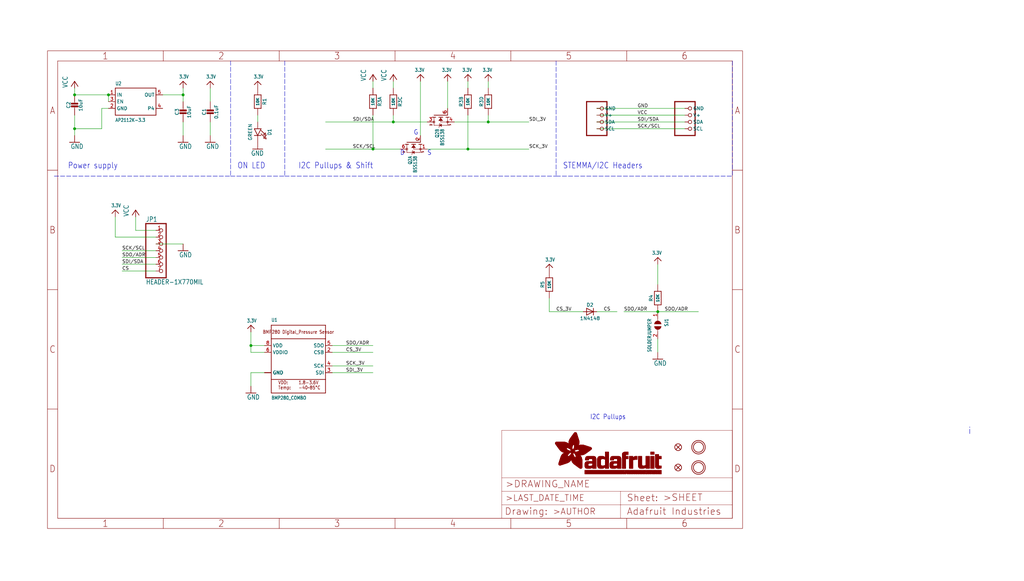
<source format=kicad_sch>
(kicad_sch (version 20211123) (generator eeschema)
  (paper "User" 383.54 217.881)
  (lib_symbols
    (symbol "eagleSchem-eagle-import:3.3V" (power)
      (property "Value" "3.3V" (at -1.524 1.016 0))
      (symbol "3.3V_1_0"
        (pin power_in line (at 0 -2.54 90) (length 2.54) (name "3.3V") (number "1"))
      )
    )
    (symbol "eagleSchem-eagle-import:BMP280_COMBO"
      (property "Reference" "U" (at -10.16 13.97 0))
      (property "Value" "BMP280_COMBO" (at -10.16 -15.24 0))
      (symbol "BMP280_COMBO_1_0"
        (text "-40~85°C" (at 0 -11.43 0) (effects (font (size 1.27 1.0795)) (justify left bottom)))
        (text "1.8-3.6V" (at 0 -9.525 0) (effects (font (size 1.27 1.0795)) (justify left bottom)))
        (text "BMP280 Digital_Pressure Sensor" (at 0 10.16 0) (effects (font (size 1.27 1.0795))))
        (text "Temp:" (at -7.62 -11.43 0) (effects (font (size 1.27 1.0795)) (justify left bottom)))
        (text "VDD:" (at -7.62 -9.525 0) (effects (font (size 1.27 1.0795)) (justify left bottom)))
        (pin power_in line (at -12.7 -5.08 0) (length 2.54) (name "GND") (number "1"))
        (pin input line (at 12.7 2.54 180) (length 2.54) (name "CSB") (number "2"))
        (pin input line (at 12.7 -5.08 180) (length 2.54) (name "SDI") (number "3"))
        (pin input line (at 12.7 -2.54 180) (length 2.54) (name "SCK") (number "4"))
        (pin output line (at 12.7 5.08 180) (length 2.54) (name "SDO") (number "5"))
        (pin power_in line (at -12.7 2.54 0) (length 2.54) (name "VDDIO") (number "6"))
        (pin power_in line (at -12.7 -5.08 0) (length 2.54) (name "GND") (number "7"))
        (pin power_in line (at -12.7 5.08 0) (length 2.54) (name "VDD") (number "8"))
      )
    )
    (symbol "eagleSchem-eagle-import:CAP_CERAMIC0603_NO"
      (property "Reference" "C" (at -2.29 1.25 90))
      (property "Value" "CAP_CERAMIC0603_NO" (at 2.3 1.25 90))
      (symbol "CAP_CERAMIC0603_NO_1_0"
        (pin passive line (at 0 5.08 270) (length 2.54) (name "1") (number "1"))
        (pin passive line (at 0 -2.54 90) (length 2.54) (name "2") (number "2"))
      )
    )
    (symbol "eagleSchem-eagle-import:CAP_CERAMIC0805-NOOUTLINE"
      (property "Reference" "C" (at -2.29 1.25 90))
      (property "Value" "CAP_CERAMIC0805-NOOUTLINE" (at 2.3 1.25 90))
      (symbol "CAP_CERAMIC0805-NOOUTLINE_1_0"
        (pin passive line (at 0 5.08 270) (length 2.54) (name "1") (number "1"))
        (pin passive line (at 0 -2.54 90) (length 2.54) (name "2") (number "2"))
      )
    )
    (symbol "eagleSchem-eagle-import:DIODESOD-323"
      (property "Reference" "D" (at 0 2.54 0))
      (property "Value" "DIODESOD-323" (at 0 -2.5 0))
      (symbol "DIODESOD-323_1_0"
        (pin passive line (at -2.54 0 0) (length 2.54) (name "A") (number "A"))
        (pin passive line (at 2.54 0 180) (length 2.54) (name "C") (number "C"))
      )
    )
    (symbol "eagleSchem-eagle-import:FIDUCIAL_1MM")
    (symbol "eagleSchem-eagle-import:FRAME_A4_ADAFRUIT"
      (symbol "FRAME_A4_ADAFRUIT_0_0"
        (text "1" (at 21.6958 1.905 0) (effects (font (size 2.54 2.286))))
        (text "1" (at 21.6958 177.165 0) (effects (font (size 2.54 2.286))))
        (text "2" (at 65.0875 1.905 0) (effects (font (size 2.54 2.286))))
        (text "2" (at 65.0875 177.165 0) (effects (font (size 2.54 2.286))))
        (text "3" (at 108.4792 1.905 0) (effects (font (size 2.54 2.286))))
        (text "3" (at 108.4792 177.165 0) (effects (font (size 2.54 2.286))))
        (text "4" (at 151.8708 1.905 0) (effects (font (size 2.54 2.286))))
        (text "4" (at 151.8708 177.165 0) (effects (font (size 2.54 2.286))))
        (text "5" (at 195.2625 1.905 0) (effects (font (size 2.54 2.286))))
        (text "5" (at 195.2625 177.165 0) (effects (font (size 2.54 2.286))))
        (text "6" (at 238.6542 1.905 0) (effects (font (size 2.54 2.286))))
        (text "6" (at 238.6542 177.165 0) (effects (font (size 2.54 2.286))))
        (text "A" (at 1.905 156.6863 0) (effects (font (size 2.54 2.286))))
        (text "A" (at 258.445 156.6863 0) (effects (font (size 2.54 2.286))))
        (text "B" (at 1.905 111.9188 0) (effects (font (size 2.54 2.286))))
        (text "B" (at 258.445 111.9188 0) (effects (font (size 2.54 2.286))))
        (text "C" (at 1.905 67.1513 0) (effects (font (size 2.54 2.286))))
        (text "C" (at 258.445 67.1513 0) (effects (font (size 2.54 2.286))))
        (text "D" (at 1.905 22.3838 0) (effects (font (size 2.54 2.286))))
        (text "D" (at 258.445 22.3838 0) (effects (font (size 2.54 2.286))))
      )
      (symbol "FRAME_A4_ADAFRUIT_1_0"
        (text ">AUTHOR" (at 189.23 5.08 0) (effects (font (size 2.286 2.286)) (justify left bottom)))
        (text ">DRAWING_NAME" (at 171.45 15.24 0) (effects (font (size 2.54 2.54)) (justify left bottom)))
        (text ">LAST_DATE_TIME" (at 171.45 10.16 0) (effects (font (size 2.286 2.286)) (justify left bottom)))
        (text ">SHEET" (at 230.505 10.16 0) (effects (font (size 2.54 2.54)) (justify left bottom)))
        (text "Adafruit Industries" (at 216.916 4.953 0) (effects (font (size 2.54 2.54)) (justify left bottom)))
        (text "Drawing:" (at 171.196 4.953 0) (effects (font (size 2.54 2.54)) (justify left bottom)))
        (text "Sheet:" (at 216.916 10.033 0) (effects (font (size 2.54 2.54)) (justify left bottom)))
      )
    )
    (symbol "eagleSchem-eagle-import:GND" (power)
      (property "Value" "GND" (at -2.54 -2.54 0))
      (symbol "GND_1_0"
        (pin power_in line (at 0 2.54 270) (length 2.54) (name "GND") (number "1"))
      )
    )
    (symbol "eagleSchem-eagle-import:HEADER-1X770MIL"
      (property "Reference" "JP" (at -6.35 10.795 0))
      (property "Value" "HEADER-1X770MIL" (at -6.35 -12.7 0))
      (symbol "HEADER-1X770MIL_1_0"
        (pin passive inverted (at -2.54 7.62 0) (length 2.54) (name "1") (number "1"))
        (pin passive inverted (at -2.54 5.08 0) (length 2.54) (name "2") (number "2"))
        (pin passive inverted (at -2.54 2.54 0) (length 2.54) (name "3") (number "3"))
        (pin passive inverted (at -2.54 0 0) (length 2.54) (name "4") (number "4"))
        (pin passive inverted (at -2.54 -2.54 0) (length 2.54) (name "5") (number "5"))
        (pin passive inverted (at -2.54 -5.08 0) (length 2.54) (name "6") (number "6"))
        (pin passive inverted (at -2.54 -7.62 0) (length 2.54) (name "7") (number "7"))
      )
    )
    (symbol "eagleSchem-eagle-import:LED0603_NOOUTLINE"
      (property "Reference" "D" (at -1.27 4.445 0))
      (property "Value" "LED0603_NOOUTLINE" (at -1.27 -2.794 0))
      (symbol "LED0603_NOOUTLINE_1_0"
        (pin passive line (at -5.08 0 0) (length 2.54) (name "A") (number "A"))
        (pin passive line (at 2.54 0 180) (length 2.54) (name "C") (number "C"))
      )
    )
    (symbol "eagleSchem-eagle-import:MOSFET-N_DUAL"
      (property "Reference" "Q" (at 5.08 0.635 0))
      (property "Value" "MOSFET-N_DUAL" (at 5.08 -1.27 0))
      (symbol "MOSFET-N_DUAL_1_0"
        (text "D" (at 3.175 3.175 0) (effects (font (size 0.8128 0.6908)) (justify left bottom)))
        (text "G" (at -1.27 -1.905 0) (effects (font (size 0.8128 0.6908)) (justify left bottom)))
        (text "S" (at 3.175 -3.81 0) (effects (font (size 0.8128 0.6908)) (justify left bottom)))
        (pin bidirectional line (at 2.54 -5.08 90) (length 2.54) (name "S") (number "1"))
        (pin bidirectional line (at -2.54 -2.54 0) (length 2.54) (name "G") (number "2"))
        (pin bidirectional line (at 2.54 5.08 270) (length 2.54) (name "D") (number "6"))
      )
      (symbol "MOSFET-N_DUAL_2_0"
        (text "D" (at 3.175 3.175 0) (effects (font (size 0.8128 0.6908)) (justify left bottom)))
        (text "G" (at -1.27 -1.905 0) (effects (font (size 0.8128 0.6908)) (justify left bottom)))
        (text "S" (at 3.175 -3.81 0) (effects (font (size 0.8128 0.6908)) (justify left bottom)))
        (pin bidirectional line (at 2.54 5.08 270) (length 2.54) (name "D") (number "3"))
        (pin bidirectional line (at 2.54 -5.08 90) (length 2.54) (name "S") (number "4"))
        (pin bidirectional line (at -2.54 -2.54 0) (length 2.54) (name "G") (number "5"))
      )
    )
    (symbol "eagleSchem-eagle-import:MOUNTINGHOLE2.5")
    (symbol "eagleSchem-eagle-import:RESISTOR_0603_NOOUT"
      (property "Reference" "R" (at 0 2.54 0))
      (property "Value" "RESISTOR_0603_NOOUT" (at 0 0 0))
      (symbol "RESISTOR_0603_NOOUT_1_0"
        (pin passive line (at -5.08 0 0) (length 2.54) (name "1") (number "1"))
        (pin passive line (at 5.08 0 180) (length 2.54) (name "2") (number "2"))
      )
    )
    (symbol "eagleSchem-eagle-import:RESISTOR_4PACK"
      (property "Reference" "R" (at 0 2.54 0))
      (property "Value" "RESISTOR_4PACK" (at 0 0 0))
      (symbol "RESISTOR_4PACK_1_0"
        (pin passive line (at -5.08 0 0) (length 2.54) (name "1") (number "1"))
        (pin passive line (at 5.08 0 180) (length 2.54) (name "2") (number "8"))
      )
      (symbol "RESISTOR_4PACK_2_0"
        (pin passive line (at -5.08 0 0) (length 2.54) (name "1") (number "2"))
        (pin passive line (at 5.08 0 180) (length 2.54) (name "2") (number "7"))
      )
      (symbol "RESISTOR_4PACK_3_0"
        (pin passive line (at -5.08 0 0) (length 2.54) (name "1") (number "3"))
        (pin passive line (at 5.08 0 180) (length 2.54) (name "2") (number "6"))
      )
      (symbol "RESISTOR_4PACK_4_0"
        (pin passive line (at -5.08 0 0) (length 2.54) (name "1") (number "4"))
        (pin passive line (at 5.08 0 180) (length 2.54) (name "2") (number "5"))
      )
    )
    (symbol "eagleSchem-eagle-import:SOLDERJUMPER"
      (property "Reference" "SJ" (at -2.54 2.54 0))
      (property "Value" "SOLDERJUMPER" (at -2.54 -3.81 0))
      (symbol "SOLDERJUMPER_1_0"
        (pin passive line (at -5.08 0 0) (length 2.54) (name "1") (number "1"))
        (pin passive line (at 5.08 0 180) (length 2.54) (name "2") (number "2"))
      )
    )
    (symbol "eagleSchem-eagle-import:STEMMA_I2C_QT"
      (symbol "STEMMA_I2C_QT_1_0"
        (pin passive inverted (at 0 5.08 0) (length 2.54) (name "GND") (number "1"))
        (pin passive inverted (at 0 2.54 0) (length 2.54) (name "V+") (number "2"))
        (pin passive inverted (at 0 0 0) (length 2.54) (name "SDA") (number "3"))
        (pin passive inverted (at 0 -2.54 0) (length 2.54) (name "SCL") (number "4"))
      )
      (symbol "STEMMA_I2C_QT_2_0"
        (pin bidirectional line (at 0 0 0) (length 5.08) (name "MT") (number "MT1"))
      )
      (symbol "STEMMA_I2C_QT_3_0"
        (pin bidirectional line (at 0 0 0) (length 5.08) (name "MT") (number "MT2"))
      )
    )
    (symbol "eagleSchem-eagle-import:VCC" (power)
      (property "Value" "VCC" (at -2.54 -2.54 90))
      (symbol "VCC_1_0"
        (pin power_in line (at 0 -2.54 90) (length 2.54) (name "VCC") (number "1"))
      )
    )
    (symbol "eagleSchem-eagle-import:VREG_SOT23-5"
      (property "Reference" "U" (at -7.62 6.096 0))
      (property "Value" "VREG_SOT23-5" (at -7.62 -7.62 0))
      (symbol "VREG_SOT23-5_1_0"
        (pin power_in line (at -10.16 2.54 0) (length 2.54) (name "IN") (number "1"))
        (pin power_in line (at -10.16 -2.54 0) (length 2.54) (name "GND") (number "2"))
        (pin input line (at -10.16 0 0) (length 2.54) (name "EN") (number "3"))
        (pin bidirectional line (at 10.16 -2.54 180) (length 2.54) (name "P4") (number "4"))
        (pin power_in line (at 10.16 2.54 180) (length 2.54) (name "OUT") (number "5"))
      )
    )
  )
  (junction (at 147.32 45.72))
  (junction (at 27.94 48.26))
  (junction (at 93.98 129.54))
  (junction (at 175.26 55.88))
  (junction (at 68.58 35.56))
  (junction (at 182.88 45.72))
  (junction (at 40.64 35.56))
  (junction (at 246.38 116.84))
  (junction (at 27.94 35.56))
  (junction (at 139.7 55.88))
  (wire (pts (xy 60.96 35.56) (xy 68.58 35.56)))
  (polyline (pts (xy 208.28 22.86) (xy 208.28 66.04)))
  (wire (pts (xy 40.64 40.64) (xy 38.1 40.64)))
  (wire (pts (xy 175.26 55.88) (xy 198.12 55.88)))
  (wire (pts (xy 223.52 43.18) (xy 256.54 43.18)))
  (wire (pts (xy 78.74 45.72) (xy 78.74 50.8)))
  (wire (pts (xy 124.46 139.7) (xy 139.7 139.7)))
  (wire (pts (xy 68.58 35.56) (xy 68.58 33.02)))
  (wire (pts (xy 167.64 40.64) (xy 167.64 30.48)))
  (wire (pts (xy 43.18 88.9) (xy 43.18 81.28)))
  (wire (pts (xy 218.44 116.84) (xy 205.74 116.84)))
  (wire (pts (xy 139.7 55.88) (xy 121.92 55.88)))
  (wire (pts (xy 149.86 55.88) (xy 139.7 55.88)))
  (wire (pts (xy 93.98 129.54) (xy 93.98 124.46)))
  (wire (pts (xy 182.88 33.02) (xy 182.88 30.48)))
  (wire (pts (xy 38.1 48.26) (xy 27.94 48.26)))
  (wire (pts (xy 58.42 99.06) (xy 45.72 99.06)))
  (polyline (pts (xy 106.68 66.04) (xy 208.28 66.04)))
  (wire (pts (xy 93.98 132.08) (xy 93.98 129.54)))
  (polyline (pts (xy 106.68 22.86) (xy 106.68 66.04)))
  (wire (pts (xy 58.42 88.9) (xy 43.18 88.9)))
  (wire (pts (xy 246.38 132.08) (xy 246.38 127)))
  (wire (pts (xy 157.48 50.8) (xy 157.48 30.48)))
  (wire (pts (xy 38.1 40.64) (xy 38.1 48.26)))
  (wire (pts (xy 182.88 43.18) (xy 182.88 45.72)))
  (wire (pts (xy 160.02 55.88) (xy 175.26 55.88)))
  (polyline (pts (xy 86.36 22.86) (xy 86.36 66.04)))
  (wire (pts (xy 96.52 45.72) (xy 96.52 43.18)))
  (wire (pts (xy 246.38 106.68) (xy 246.38 99.06)))
  (wire (pts (xy 27.94 48.26) (xy 27.94 43.18)))
  (wire (pts (xy 147.32 43.18) (xy 147.32 45.72)))
  (wire (pts (xy 50.8 86.36) (xy 50.8 81.28)))
  (polyline (pts (xy 20.32 66.04) (xy 86.36 66.04)))
  (wire (pts (xy 160.02 45.72) (xy 147.32 45.72)))
  (wire (pts (xy 256.54 40.64) (xy 223.52 40.64)))
  (wire (pts (xy 147.32 33.02) (xy 147.32 30.48)))
  (wire (pts (xy 182.88 45.72) (xy 198.12 45.72)))
  (wire (pts (xy 139.7 43.18) (xy 139.7 55.88)))
  (wire (pts (xy 58.42 91.44) (xy 68.58 91.44)))
  (polyline (pts (xy 86.36 66.04) (xy 106.68 66.04)))
  (wire (pts (xy 27.94 48.26) (xy 27.94 50.8)))
  (wire (pts (xy 223.52 116.84) (xy 231.14 116.84)))
  (wire (pts (xy 223.52 48.26) (xy 256.54 48.26)))
  (wire (pts (xy 175.26 43.18) (xy 175.26 55.88)))
  (wire (pts (xy 68.58 45.72) (xy 68.58 50.8)))
  (wire (pts (xy 27.94 33.02) (xy 27.94 35.56)))
  (wire (pts (xy 175.26 33.02) (xy 175.26 30.48)))
  (wire (pts (xy 58.42 96.52) (xy 45.72 96.52)))
  (wire (pts (xy 139.7 30.48) (xy 139.7 33.02)))
  (wire (pts (xy 99.06 129.54) (xy 93.98 129.54)))
  (wire (pts (xy 40.64 35.56) (xy 27.94 35.56)))
  (wire (pts (xy 124.46 132.08) (xy 139.7 132.08)))
  (wire (pts (xy 246.38 116.84) (xy 261.62 116.84)))
  (wire (pts (xy 40.64 38.1) (xy 40.64 35.56)))
  (polyline (pts (xy 208.28 66.04) (xy 274.32 66.04)))
  (wire (pts (xy 246.38 116.84) (xy 233.68 116.84)))
  (wire (pts (xy 58.42 101.6) (xy 45.72 101.6)))
  (wire (pts (xy 139.7 137.16) (xy 124.46 137.16)))
  (wire (pts (xy 205.74 116.84) (xy 205.74 111.76)))
  (wire (pts (xy 147.32 45.72) (xy 121.92 45.72)))
  (wire (pts (xy 78.74 33.02) (xy 78.74 38.1)))
  (wire (pts (xy 58.42 93.98) (xy 45.72 93.98)))
  (wire (pts (xy 68.58 35.56) (xy 68.58 38.1)))
  (wire (pts (xy 170.18 45.72) (xy 182.88 45.72)))
  (wire (pts (xy 99.06 132.08) (xy 93.98 132.08)))
  (wire (pts (xy 93.98 139.7) (xy 93.98 144.78)))
  (polyline (pts (xy 274.32 22.86) (xy 274.32 66.04)))
  (wire (pts (xy 256.54 45.72) (xy 223.52 45.72)))
  (polyline (pts (xy 363.22 162.56) (xy 363.22 160.02)))
  (wire (pts (xy 58.42 86.36) (xy 50.8 86.36)))
  (wire (pts (xy 99.06 139.7) (xy 93.98 139.7)))
  (wire (pts (xy 139.7 129.54) (xy 124.46 129.54)))
  (text "I2C Pullups & Shift" (at 111.76 63.5 180) (effects (font (size 2.1844 1.8567)) (justify left bottom)))
  (text "D" (at 149.86 58.42 180) (effects (font (size 1.778 1.5113)) (justify left bottom)))
  (text "STEMMA/I2C Headers" (at 210.82 63.5 180) (effects (font (size 2.1844 1.8567)) (justify left bottom)))
  (text "I2C Pullups" (at 220.98 157.48 180) (effects (font (size 1.778 1.5113)) (justify left bottom)))
  (text "Power supply" (at 25.4 63.5 180) (effects (font (size 2.1844 1.8567)) (justify left bottom)))
  (text "ON LED" (at 88.9 63.5 180) (effects (font (size 2.1844 1.8567)) (justify left bottom)))
  (text "G" (at 154.94 50.8 180) (effects (font (size 1.778 1.5113)) (justify left bottom)))
  (text "S" (at 160.02 58.42 180) (effects (font (size 1.778 1.5113)) (justify left bottom)))
  (label "SCK_3V" (at 129.54 137.16 0) (effects (font (size 1.2446 1.2446))))
  (label "SDI_3V" (at 198.12 45.72 0) (effects (font (size 1.2446 1.2446))))
  (label "CS" (at 226.06 116.84 0) (effects (font (size 1.2446 1.2446))))
  (label "SDO/ADR" (at 129.54 129.54 0) (effects (font (size 1.2446 1.2446))))
  (label "VCC" (at 238.76 43.18 0) (effects (font (size 1.2446 1.2446))))
  (label "SDI/SDA" (at 238.76 45.72 0) (effects (font (size 1.2446 1.2446))))
  (label "SDI/SDA" (at 45.72 99.06 0) (effects (font (size 1.2446 1.2446))))
  (label "SCK/SCL" (at 45.72 93.98 0) (effects (font (size 1.2446 1.2446))))
  (label "CS_3V" (at 129.54 132.08 0) (effects (font (size 1.2446 1.2446))))
  (label "SDI/SDA" (at 132.08 45.72 0) (effects (font (size 1.2446 1.2446))))
  (label "CS" (at 45.72 101.6 0) (effects (font (size 1.2446 1.2446))))
  (label "GND" (at 238.76 40.64 0) (effects (font (size 1.2446 1.2446))))
  (label "SCK_3V" (at 198.12 55.88 0) (effects (font (size 1.2446 1.2446))))
  (label "SDO/ADR" (at 45.72 96.52 0) (effects (font (size 1.2446 1.2446))))
  (label "CS_3V" (at 208.28 116.84 0) (effects (font (size 1.2446 1.2446))))
  (label "SCK/SCL" (at 238.76 48.26 0) (effects (font (size 1.2446 1.2446))))
  (label "SDO/ADR" (at 248.92 116.84 0) (effects (font (size 1.2446 1.2446))))
  (label "SDO/ADR" (at 233.68 116.84 0) (effects (font (size 1.2446 1.2446))))
  (label "SDI_3V" (at 129.54 139.7 0) (effects (font (size 1.2446 1.2446))))
  (label "SCK/SCL" (at 132.08 55.88 0) (effects (font (size 1.2446 1.2446))))
  (symbol (lib_id "eagleSchem-eagle-import:RESISTOR_0603_NOOUT") (at 205.74 106.68 90) (unit 1)
    (property "Reference" "R5" (at 203.2 106.68 0))
    (property "Value" "10K" (at 205.74 106.68 0) (effects (font (size 1.016 1.016) bold)))
    (property "Footprint" "eagleSchem:0603-NO" (effects hide))
  )
  (symbol (lib_id "eagleSchem-eagle-import:3.3V") (at 175.26 27.94 0) (mirror y) (unit 1)
    (property "Reference" "#U$24" (effects hide))
    (property "Value" "3.3V" (at 176.784 26.924 0) (effects (font (size 1.27 1.0795)) (justify left bottom)))
    (property "Footprint" "eagleSchem:" (effects hide))
  )
  (symbol (lib_id "eagleSchem-eagle-import:3.3V") (at 96.52 30.48 0) (unit 1)
    (property "Reference" "#U$3" (effects hide))
    (property "Value" "3.3V" (at 94.996 29.464 0) (effects (font (size 1.27 1.0795)) (justify left bottom)))
    (property "Footprint" "eagleSchem:" (effects hide))
  )
  (symbol (lib_id "eagleSchem-eagle-import:3.3V") (at 157.48 27.94 0) (mirror y) (unit 1)
    (property "Reference" "#U$26" (effects hide))
    (property "Value" "3.3V" (at 159.004 26.924 0) (effects (font (size 1.27 1.0795)) (justify left bottom)))
    (property "Footprint" "eagleSchem:" (effects hide))
  )
  (symbol (lib_id "eagleSchem-eagle-import:3.3V") (at 205.74 99.06 0) (unit 1)
    (property "Reference" "#U$42" (effects hide))
    (property "Value" "3.3V" (at 204.216 98.044 0) (effects (font (size 1.27 1.0795)) (justify left bottom)))
    (property "Footprint" "eagleSchem:" (effects hide))
  )
  (symbol (lib_id "eagleSchem-eagle-import:3.3V") (at 167.64 27.94 0) (mirror y) (unit 1)
    (property "Reference" "#U$23" (effects hide))
    (property "Value" "3.3V" (at 169.164 26.924 0) (effects (font (size 1.27 1.0795)) (justify left bottom)))
    (property "Footprint" "eagleSchem:" (effects hide))
  )
  (symbol (lib_id "eagleSchem-eagle-import:RESISTOR_0603_NOOUT") (at 246.38 111.76 90) (unit 1)
    (property "Reference" "R4" (at 243.84 111.76 0))
    (property "Value" "10K" (at 246.38 111.76 0) (effects (font (size 1.016 1.016) bold)))
    (property "Footprint" "eagleSchem:0603-NO" (effects hide))
  )
  (symbol (lib_id "eagleSchem-eagle-import:3.3V") (at 246.38 96.52 0) (mirror y) (unit 1)
    (property "Reference" "#U$8" (effects hide))
    (property "Value" "3.3V" (at 247.904 95.504 0) (effects (font (size 1.27 1.0795)) (justify left bottom)))
    (property "Footprint" "eagleSchem:" (effects hide))
  )
  (symbol (lib_id "eagleSchem-eagle-import:VCC") (at 27.94 30.48 0) (unit 1)
    (property "Reference" "#P+3" (effects hide))
    (property "Value" "VCC" (at 25.4 33.02 90) (effects (font (size 1.778 1.5113)) (justify left bottom)))
    (property "Footprint" "eagleSchem:" (effects hide))
  )
  (symbol (lib_id "eagleSchem-eagle-import:DIODESOD-323") (at 220.98 116.84 0) (unit 1)
    (property "Reference" "D2" (at 220.98 114.3 0))
    (property "Value" "1N4148" (at 220.98 119.34 0))
    (property "Footprint" "eagleSchem:SOD-323" (effects hide))
  )
  (symbol (lib_id "eagleSchem-eagle-import:VCC") (at 147.32 27.94 0) (unit 1)
    (property "Reference" "#P+2" (effects hide))
    (property "Value" "VCC" (at 144.78 30.48 90) (effects (font (size 1.778 1.5113)) (justify left bottom)))
    (property "Footprint" "eagleSchem:" (effects hide))
  )
  (symbol (lib_id "eagleSchem-eagle-import:SOLDERJUMPER") (at 246.38 121.92 270) (unit 1)
    (property "Reference" "SJ1" (at 248.92 119.38 0) (effects (font (size 1.27 1.0795)) (justify left bottom)))
    (property "Value" "SOLDERJUMPER" (at 242.57 119.38 0) (effects (font (size 1.27 1.0795)) (justify left bottom)))
    (property "Footprint" "eagleSchem:SOLDERJUMPER_ARROW_NOPASTE" (effects hide))
  )
  (symbol (lib_id "eagleSchem-eagle-import:GND") (at 93.98 147.32 0) (unit 1)
    (property "Reference" "#U$19" (effects hide))
    (property "Value" "GND" (at 92.456 149.86 0) (effects (font (size 1.778 1.5113)) (justify left bottom)))
    (property "Footprint" "eagleSchem:" (effects hide))
  )
  (symbol (lib_id "eagleSchem-eagle-import:BMP280_COMBO") (at 111.76 134.62 0) (unit 1)
    (property "Reference" "U1" (at 101.6 120.65 0) (effects (font (size 1.27 1.0795)) (justify left bottom)))
    (property "Value" "BMP280_COMBO" (at 101.6 149.86 0) (effects (font (size 1.27 1.0795)) (justify left bottom)))
    (property "Footprint" "eagleSchem:BMX280_COMBO" (effects hide))
  )
  (symbol (lib_id "eagleSchem-eagle-import:3.3V") (at 43.18 78.74 0) (unit 1)
    (property "Reference" "#U$16" (effects hide))
    (property "Value" "3.3V" (at 41.656 77.724 0) (effects (font (size 1.27 1.0795)) (justify left bottom)))
    (property "Footprint" "eagleSchem:" (effects hide))
  )
  (symbol (lib_id "eagleSchem-eagle-import:VREG_SOT23-5") (at 50.8 38.1 0) (unit 1)
    (property "Reference" "U2" (at 43.18 32.004 0) (effects (font (size 1.27 1.0795)) (justify left bottom)))
    (property "Value" "AP2112K-3.3" (at 43.18 45.72 0) (effects (font (size 1.27 1.0795)) (justify left bottom)))
    (property "Footprint" "eagleSchem:SOT23-5" (effects hide))
  )
  (symbol (lib_id "eagleSchem-eagle-import:RESISTOR_4PACK") (at 147.32 38.1 270) (unit 3)
    (property "Reference" "R3" (at 149.86 38.1 0))
    (property "Value" "10K" (at 147.32 38.1 0) (effects (font (size 1.016 1.016) bold)))
    (property "Footprint" "eagleSchem:RESPACK_4X0603" (effects hide))
  )
  (symbol (lib_id "eagleSchem-eagle-import:GND") (at 96.52 55.88 0) (unit 1)
    (property "Reference" "#GND6" (effects hide))
    (property "Value" "GND" (at 93.98 58.42 0) (effects (font (size 1.778 1.5113)) (justify left bottom)))
    (property "Footprint" "eagleSchem:" (effects hide))
  )
  (symbol (lib_id "eagleSchem-eagle-import:3.3V") (at 78.74 30.48 0) (unit 1)
    (property "Reference" "#U$14" (effects hide))
    (property "Value" "3.3V" (at 77.216 29.464 0) (effects (font (size 1.27 1.0795)) (justify left bottom)))
    (property "Footprint" "eagleSchem:" (effects hide))
  )
  (symbol (lib_id "eagleSchem-eagle-import:VCC") (at 50.8 78.74 0) (unit 1)
    (property "Reference" "#P+4" (effects hide))
    (property "Value" "VCC" (at 48.26 81.28 90) (effects (font (size 1.778 1.5113)) (justify left bottom)))
    (property "Footprint" "eagleSchem:" (effects hide))
  )
  (symbol (lib_id "eagleSchem-eagle-import:RESISTOR_4PACK") (at 182.88 38.1 90) (mirror x) (unit 4)
    (property "Reference" "R3" (at 180.34 38.1 0))
    (property "Value" "10K" (at 182.88 38.1 0) (effects (font (size 1.016 1.016) bold)))
    (property "Footprint" "eagleSchem:RESPACK_4X0603" (effects hide))
  )
  (symbol (lib_id "eagleSchem-eagle-import:LED0603_NOOUTLINE") (at 96.52 50.8 270) (unit 1)
    (property "Reference" "D1" (at 100.965 49.53 0))
    (property "Value" "GREEN" (at 93.726 49.53 0))
    (property "Footprint" "eagleSchem:CHIPLED_0603_NOOUTLINE" (effects hide))
  )
  (symbol (lib_id "eagleSchem-eagle-import:MOUNTINGHOLE2.5") (at 261.62 167.64 0) (unit 1)
    (property "Reference" "U$17" (effects hide))
    (property "Value" "MOUNTINGHOLE2.5" (effects hide))
    (property "Footprint" "eagleSchem:MOUNTINGHOLE_2.5_PLATED" (effects hide))
  )
  (symbol (lib_id "eagleSchem-eagle-import:RESISTOR_4PACK") (at 139.7 38.1 270) (unit 1)
    (property "Reference" "R3" (at 142.24 38.1 0))
    (property "Value" "10K" (at 139.7 38.1 0) (effects (font (size 1.016 1.016) bold)))
    (property "Footprint" "eagleSchem:RESPACK_4X0603" (effects hide))
  )
  (symbol (lib_id "eagleSchem-eagle-import:FIDUCIAL_1MM") (at 254 175.26 0) (unit 1)
    (property "Reference" "FID3" (effects hide))
    (property "Value" "FIDUCIAL_1MM" (effects hide))
    (property "Footprint" "eagleSchem:FIDUCIAL_1MM" (effects hide))
  )
  (symbol (lib_id "eagleSchem-eagle-import:3.3V") (at 182.88 27.94 0) (mirror y) (unit 1)
    (property "Reference" "#U$7" (effects hide))
    (property "Value" "3.3V" (at 184.404 26.924 0) (effects (font (size 1.27 1.0795)) (justify left bottom)))
    (property "Footprint" "eagleSchem:" (effects hide))
  )
  (symbol (lib_id "eagleSchem-eagle-import:GND") (at 246.38 134.62 0) (unit 1)
    (property "Reference" "#U$9" (effects hide))
    (property "Value" "GND" (at 244.856 137.16 0) (effects (font (size 1.778 1.5113)) (justify left bottom)))
    (property "Footprint" "eagleSchem:" (effects hide))
  )
  (symbol (lib_id "eagleSchem-eagle-import:FIDUCIAL_1MM") (at 254 167.64 0) (unit 1)
    (property "Reference" "FID4" (effects hide))
    (property "Value" "FIDUCIAL_1MM" (effects hide))
    (property "Footprint" "eagleSchem:FIDUCIAL_1MM" (effects hide))
  )
  (symbol (lib_id "eagleSchem-eagle-import:VCC") (at 139.7 27.94 0) (unit 1)
    (property "Reference" "#P+1" (effects hide))
    (property "Value" "VCC" (at 137.16 30.48 90) (effects (font (size 1.778 1.5113)) (justify left bottom)))
    (property "Footprint" "eagleSchem:" (effects hide))
  )
  (symbol (lib_id "eagleSchem-eagle-import:CAP_CERAMIC0805-NOOUTLINE") (at 27.94 40.64 0) (unit 1)
    (property "Reference" "C2" (at 25.65 39.39 90))
    (property "Value" "10uF" (at 30.24 39.39 90))
    (property "Footprint" "eagleSchem:0805-NO" (effects hide))
  )
  (symbol (lib_id "eagleSchem-eagle-import:MOSFET-N_DUAL") (at 165.1 43.18 90) (mirror x) (unit 2)
    (property "Reference" "Q2" (at 164.465 48.26 0) (effects (font (size 1.27 1.0795)) (justify left bottom)))
    (property "Value" "BSS138" (at 166.37 48.26 0) (effects (font (size 1.27 1.0795)) (justify left bottom)))
    (property "Footprint" "eagleSchem:SOT363" (effects hide))
  )
  (symbol (lib_id "eagleSchem-eagle-import:RESISTOR_0603_NOOUT") (at 96.52 38.1 270) (unit 1)
    (property "Reference" "R1" (at 99.06 38.1 0))
    (property "Value" "10K" (at 96.52 38.1 0) (effects (font (size 1.016 1.016) bold)))
    (property "Footprint" "eagleSchem:0603-NO" (effects hide))
  )
  (symbol (lib_id "eagleSchem-eagle-import:GND") (at 68.58 93.98 0) (unit 1)
    (property "Reference" "#U$10" (effects hide))
    (property "Value" "GND" (at 67.056 96.52 0) (effects (font (size 1.778 1.5113)) (justify left bottom)))
    (property "Footprint" "eagleSchem:" (effects hide))
  )
  (symbol (lib_id "eagleSchem-eagle-import:RESISTOR_4PACK") (at 175.26 38.1 90) (mirror x) (unit 2)
    (property "Reference" "R3" (at 172.72 38.1 0))
    (property "Value" "10K" (at 175.26 38.1 0) (effects (font (size 1.016 1.016) bold)))
    (property "Footprint" "eagleSchem:RESPACK_4X0603" (effects hide))
  )
  (symbol (lib_id "eagleSchem-eagle-import:3.3V") (at 93.98 121.92 0) (unit 1)
    (property "Reference" "#U$12" (effects hide))
    (property "Value" "3.3V" (at 92.456 120.904 0) (effects (font (size 1.27 1.0795)) (justify left bottom)))
    (property "Footprint" "eagleSchem:" (effects hide))
  )
  (symbol (lib_id "eagleSchem-eagle-import:FRAME_A4_ADAFRUIT") (at 17.78 198.12 0) (unit 1)
    (property "Reference" "#U$18" (effects hide))
    (property "Value" "FRAME_A4_ADAFRUIT" (effects hide))
    (property "Footprint" "eagleSchem:" (effects hide))
  )
  (symbol (lib_id "eagleSchem-eagle-import:STEMMA_I2C_QT") (at 223.52 45.72 0) (unit 1)
    (property "Reference" "CONN3" (effects hide))
    (property "Value" "STEMMA_I2C_QT" (effects hide))
    (property "Footprint" "eagleSchem:JST_SH4" (effects hide))
  )
  (symbol (lib_id "eagleSchem-eagle-import:CAP_CERAMIC0603_NO") (at 78.74 43.18 0) (unit 1)
    (property "Reference" "C1" (at 76.45 41.93 90))
    (property "Value" "0.1uF" (at 81.04 41.93 90))
    (property "Footprint" "eagleSchem:0603-NO" (effects hide))
  )
  (symbol (lib_id "eagleSchem-eagle-import:STEMMA_I2C_QT") (at 256.54 45.72 0) (unit 1)
    (property "Reference" "CONN4" (effects hide))
    (property "Value" "STEMMA_I2C_QT" (effects hide))
    (property "Footprint" "eagleSchem:JST_SH4" (effects hide))
  )
  (symbol (lib_id "eagleSchem-eagle-import:3.3V") (at 68.58 30.48 0) (unit 1)
    (property "Reference" "#U$15" (effects hide))
    (property "Value" "3.3V" (at 67.056 29.464 0) (effects (font (size 1.27 1.0795)) (justify left bottom)))
    (property "Footprint" "eagleSchem:" (effects hide))
  )
  (symbol (lib_id "eagleSchem-eagle-import:HEADER-1X770MIL") (at 60.96 93.98 0) (unit 1)
    (property "Reference" "JP1" (at 54.61 83.185 0) (effects (font (size 1.778 1.5113)) (justify left bottom)))
    (property "Value" "HEADER-1X770MIL" (at 54.61 106.68 0) (effects (font (size 1.778 1.5113)) (justify left bottom)))
    (property "Footprint" "eagleSchem:1X07_ROUND_70" (effects hide))
  )
  (symbol (lib_id "eagleSchem-eagle-import:CAP_CERAMIC0805-NOOUTLINE") (at 68.58 43.18 0) (unit 1)
    (property "Reference" "C3" (at 66.29 41.93 90))
    (property "Value" "10uF" (at 70.88 41.93 90))
    (property "Footprint" "eagleSchem:0805-NO" (effects hide))
  )
  (symbol (lib_id "eagleSchem-eagle-import:GND") (at 68.58 53.34 0) (unit 1)
    (property "Reference" "#U$5" (effects hide))
    (property "Value" "GND" (at 67.056 55.88 0) (effects (font (size 1.778 1.5113)) (justify left bottom)))
    (property "Footprint" "eagleSchem:" (effects hide))
  )
  (symbol (lib_id "eagleSchem-eagle-import:MOSFET-N_DUAL") (at 154.94 53.34 90) (mirror x) (unit 1)
    (property "Reference" "Q2" (at 154.305 58.42 0) (effects (font (size 1.27 1.0795)) (justify left bottom)))
    (property "Value" "BSS138" (at 156.21 58.42 0) (effects (font (size 1.27 1.0795)) (justify left bottom)))
    (property "Footprint" "eagleSchem:SOT363" (effects hide))
  )
  (symbol (lib_id "eagleSchem-eagle-import:GND") (at 27.94 53.34 0) (unit 1)
    (property "Reference" "#U$13" (effects hide))
    (property "Value" "GND" (at 26.416 55.88 0) (effects (font (size 1.778 1.5113)) (justify left bottom)))
    (property "Footprint" "eagleSchem:" (effects hide))
  )
  (symbol (lib_id "eagleSchem-eagle-import:MOUNTINGHOLE2.5") (at 261.62 175.26 0) (unit 1)
    (property "Reference" "U$1" (effects hide))
    (property "Value" "MOUNTINGHOLE2.5" (effects hide))
    (property "Footprint" "eagleSchem:MOUNTINGHOLE_2.5_PLATED" (effects hide))
  )
  (symbol (lib_id "eagleSchem-eagle-import:GND") (at 78.74 53.34 0) (unit 1)
    (property "Reference" "#U$6" (effects hide))
    (property "Value" "GND" (at 77.216 55.88 0) (effects (font (size 1.778 1.5113)) (justify left bottom)))
    (property "Footprint" "eagleSchem:" (effects hide))
  )
)
</source>
